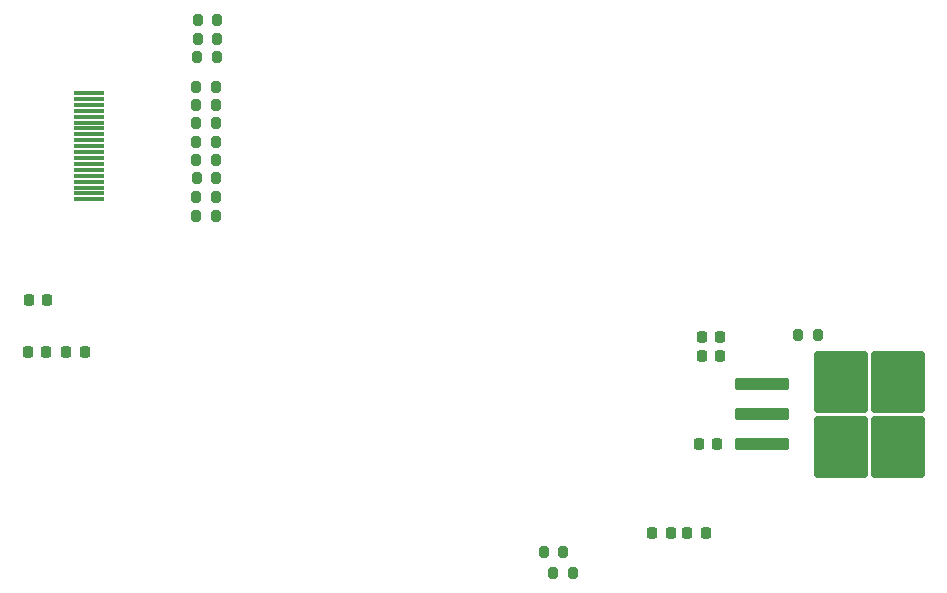
<source format=gtp>
G04 #@! TF.GenerationSoftware,KiCad,Pcbnew,7.0.10-7.0.10~ubuntu22.04.1*
G04 #@! TF.CreationDate,2024-01-14T22:21:32+01:00*
G04 #@! TF.ProjectId,pico-GPU,7069636f-2d47-4505-952e-6b696361645f,rev?*
G04 #@! TF.SameCoordinates,Original*
G04 #@! TF.FileFunction,Paste,Top*
G04 #@! TF.FilePolarity,Positive*
%FSLAX46Y46*%
G04 Gerber Fmt 4.6, Leading zero omitted, Abs format (unit mm)*
G04 Created by KiCad (PCBNEW 7.0.10-7.0.10~ubuntu22.04.1) date 2024-01-14 22:21:32*
%MOMM*%
%LPD*%
G01*
G04 APERTURE LIST*
G04 Aperture macros list*
%AMRoundRect*
0 Rectangle with rounded corners*
0 $1 Rounding radius*
0 $2 $3 $4 $5 $6 $7 $8 $9 X,Y pos of 4 corners*
0 Add a 4 corners polygon primitive as box body*
4,1,4,$2,$3,$4,$5,$6,$7,$8,$9,$2,$3,0*
0 Add four circle primitives for the rounded corners*
1,1,$1+$1,$2,$3*
1,1,$1+$1,$4,$5*
1,1,$1+$1,$6,$7*
1,1,$1+$1,$8,$9*
0 Add four rect primitives between the rounded corners*
20,1,$1+$1,$2,$3,$4,$5,0*
20,1,$1+$1,$4,$5,$6,$7,0*
20,1,$1+$1,$6,$7,$8,$9,0*
20,1,$1+$1,$8,$9,$2,$3,0*%
G04 Aperture macros list end*
%ADD10RoundRect,0.218750X-0.218750X-0.256250X0.218750X-0.256250X0.218750X0.256250X-0.218750X0.256250X0*%
%ADD11RoundRect,0.218750X0.218750X0.256250X-0.218750X0.256250X-0.218750X-0.256250X0.218750X-0.256250X0*%
%ADD12RoundRect,0.225000X0.225000X0.250000X-0.225000X0.250000X-0.225000X-0.250000X0.225000X-0.250000X0*%
%ADD13RoundRect,0.200000X0.200000X0.275000X-0.200000X0.275000X-0.200000X-0.275000X0.200000X-0.275000X0*%
%ADD14RoundRect,0.225000X-0.225000X-0.250000X0.225000X-0.250000X0.225000X0.250000X-0.225000X0.250000X0*%
%ADD15R,2.600000X0.300000*%
%ADD16RoundRect,0.250000X-2.050000X-0.300000X2.050000X-0.300000X2.050000X0.300000X-2.050000X0.300000X0*%
%ADD17RoundRect,0.250000X-2.025000X-2.375000X2.025000X-2.375000X2.025000X2.375000X-2.025000X2.375000X0*%
%ADD18RoundRect,0.200000X-0.200000X-0.275000X0.200000X-0.275000X0.200000X0.275000X-0.200000X0.275000X0*%
G04 APERTURE END LIST*
D10*
X126337500Y-180625000D03*
X127912500Y-180625000D03*
D11*
X124912500Y-180625000D03*
X123337500Y-180625000D03*
D12*
X75294999Y-165315000D03*
X73744999Y-165315000D03*
D13*
X116620000Y-184075000D03*
X114970000Y-184075000D03*
X86490000Y-140385000D03*
X84840000Y-140385000D03*
D14*
X70590000Y-160965000D03*
X72140000Y-160965000D03*
D13*
X115810000Y-182275000D03*
X114160000Y-182275000D03*
X86425000Y-150635000D03*
X84775000Y-150635000D03*
X86415000Y-149085000D03*
X84765000Y-149085000D03*
X86415000Y-147535000D03*
X84765000Y-147535000D03*
X86520000Y-137225000D03*
X84870000Y-137225000D03*
D12*
X128859999Y-173110000D03*
X127309999Y-173110000D03*
D14*
X127585000Y-164040000D03*
X129135000Y-164040000D03*
X127575000Y-165710000D03*
X129125000Y-165710000D03*
D13*
X86410000Y-152215000D03*
X84760000Y-152215000D03*
D15*
X75635000Y-152415000D03*
X75635000Y-151915000D03*
X75635000Y-151415000D03*
X75635000Y-150915000D03*
X75635000Y-150415000D03*
X75635000Y-149915000D03*
X75635000Y-149415000D03*
X75635000Y-148915000D03*
X75635000Y-148415000D03*
X75635000Y-147915000D03*
X75635000Y-147415000D03*
X75635000Y-146915000D03*
X75635000Y-146415000D03*
X75635000Y-145915000D03*
X75635000Y-145415000D03*
X75635000Y-144915000D03*
X75635000Y-144415000D03*
X75635000Y-143915000D03*
X75635000Y-143415000D03*
D13*
X86420000Y-142875000D03*
X84770000Y-142875000D03*
D14*
X70495000Y-165355000D03*
X72045000Y-165355000D03*
D13*
X86405000Y-153795000D03*
X84755000Y-153795000D03*
X86510000Y-138805000D03*
X84860000Y-138805000D03*
X86410000Y-144425000D03*
X84760000Y-144425000D03*
X86420000Y-145965000D03*
X84770000Y-145965000D03*
D16*
X132610000Y-168080000D03*
X132610000Y-170620000D03*
D17*
X139335000Y-167845000D03*
X139335000Y-173395000D03*
X144185000Y-167845000D03*
X144185000Y-173395000D03*
D16*
X132610000Y-173160000D03*
D18*
X135730000Y-163920000D03*
X137380000Y-163920000D03*
M02*

</source>
